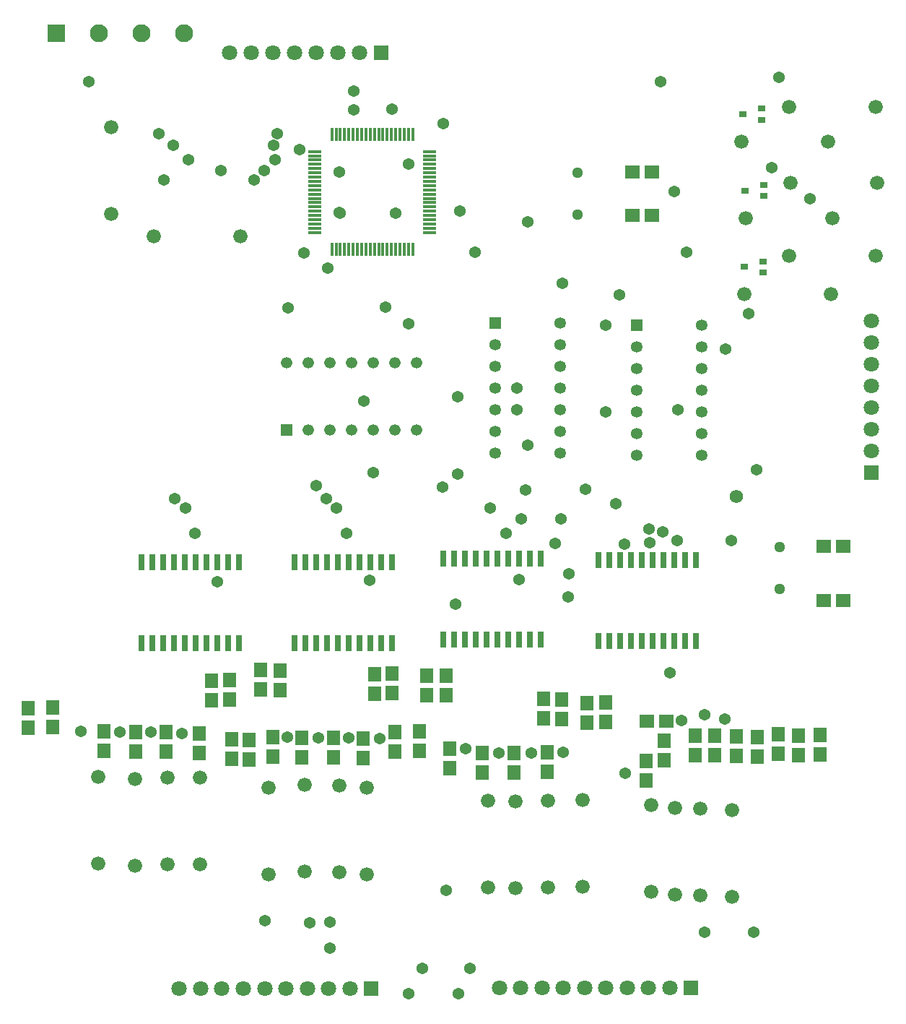
<source format=gbr>
G04 EasyPC Gerber Version 21.0.3 Build 4286 *
G04 #@! TF.Part,Single*
G04 #@! TF.FileFunction,Soldermask,Top *
G04 #@! TF.FilePolarity,Negative *
%FSLAX35Y35*%
%MOIN*%
G04 #@! TA.AperFunction,SMDPad*
%ADD88R,0.01700X0.06400*%
%ADD98R,0.03159X0.07687*%
%ADD101R,0.06100X0.06600*%
G04 #@! TA.AperFunction,ComponentPad*
%ADD96R,0.05261X0.05261*%
%ADD92R,0.05324X0.05324*%
%ADD94R,0.07096X0.07096*%
%ADD90R,0.08277X0.08277*%
%ADD99C,0.05049*%
%ADD97C,0.05261*%
%ADD93C,0.05324*%
G04 #@! TA.AperFunction,ViaPad*
%ADD103C,0.05400*%
%ADD104C,0.06200*%
G04 #@! TA.AperFunction,ComponentPad*
%ADD89C,0.06600*%
%ADD95C,0.07096*%
%ADD91C,0.08277*%
G04 #@! TA.AperFunction,SMDPad*
%ADD87R,0.06400X0.01700*%
%ADD102R,0.03553X0.02569*%
%ADD100R,0.06600X0.06100*%
X0Y0D02*
D02*
D87*
X142524Y361870D03*
Y363870D03*
Y365770D03*
Y367770D03*
Y369770D03*
Y371670D03*
Y373670D03*
Y375670D03*
Y377570D03*
Y379570D03*
Y381570D03*
Y383570D03*
Y385470D03*
Y387470D03*
Y389470D03*
Y391370D03*
Y393370D03*
Y395370D03*
Y397270D03*
Y399270D03*
X195724Y361870D03*
Y363870D03*
Y365770D03*
Y367770D03*
Y369770D03*
Y371670D03*
Y373670D03*
Y375670D03*
Y377570D03*
Y379570D03*
Y381570D03*
Y383570D03*
Y385470D03*
Y387470D03*
Y389470D03*
Y391370D03*
Y393370D03*
Y395370D03*
Y397270D03*
Y399270D03*
D02*
D88*
X150424Y353970D03*
Y407170D03*
X152424Y353970D03*
Y407170D03*
X154324Y353970D03*
Y407170D03*
X156324Y353970D03*
Y407170D03*
X158324Y353970D03*
Y407170D03*
X160224Y353970D03*
Y407170D03*
X162224Y353970D03*
Y407170D03*
X164224Y353970D03*
Y407170D03*
X166124Y353970D03*
Y407170D03*
X168124Y353970D03*
Y407170D03*
X170124Y353970D03*
Y407170D03*
X172124Y353970D03*
Y407170D03*
X174024Y353970D03*
Y407170D03*
X176024Y353970D03*
Y407170D03*
X178024Y353970D03*
Y407170D03*
X179924Y353970D03*
Y407170D03*
X181924Y353970D03*
Y407170D03*
X183924Y353970D03*
Y407170D03*
X185824Y353970D03*
Y407170D03*
X187824Y353970D03*
Y407170D03*
D02*
D89*
X42574Y70889D03*
Y110889D03*
X48689Y370603D03*
Y410603D03*
X59672Y69765D03*
Y109765D03*
X68345Y360057D03*
X74672Y70514D03*
Y110514D03*
X89672Y70514D03*
Y110514D03*
X108345Y360057D03*
X121329Y65826D03*
Y105826D03*
X137924Y67121D03*
Y107121D03*
X154013Y66723D03*
Y106723D03*
X166615Y65772D03*
Y105772D03*
X222415Y59781D03*
Y99781D03*
X235395Y59531D03*
Y99531D03*
X250246Y59781D03*
Y99781D03*
X266096Y60031D03*
Y100031D03*
X297935Y57636D03*
Y97636D03*
X308793Y56388D03*
Y96388D03*
X320649Y56138D03*
Y96138D03*
X335113Y55288D03*
Y95288D03*
X339730Y403739D03*
X340854Y333350D03*
X341478Y368544D03*
X361696Y351196D03*
Y419713D03*
X362320Y384893D03*
X379730Y403739D03*
X380854Y333350D03*
X381478Y368544D03*
X401696Y351196D03*
Y419713D03*
X402320Y384893D03*
D02*
D90*
X23230Y453785D03*
D02*
D91*
X42915D03*
X62600D03*
X82285D03*
D02*
D92*
X225886Y320043D03*
X291283Y319169D03*
D02*
D93*
X225886Y260043D03*
Y270043D03*
Y280043D03*
Y290043D03*
Y300043D03*
Y310043D03*
X255886Y260043D03*
Y270043D03*
Y280043D03*
Y290043D03*
Y300043D03*
Y310043D03*
Y320043D03*
X291283Y259169D03*
Y269169D03*
Y279169D03*
Y289169D03*
Y299169D03*
Y309169D03*
X321283Y259169D03*
Y269169D03*
Y279169D03*
Y289169D03*
Y299169D03*
Y309169D03*
Y319169D03*
D02*
D94*
X168625Y13230D03*
X173118Y444924D03*
X316392Y13479D03*
X399511Y251229D03*
D02*
D95*
X80043Y13230D03*
X89885D03*
X99728D03*
X103118Y444924D03*
X109570Y13230D03*
X113118Y444924D03*
X119413Y13230D03*
X123118Y444924D03*
X129255Y13230D03*
X133118Y444924D03*
X139098Y13230D03*
X143118Y444924D03*
X148940Y13230D03*
X153118Y444924D03*
X158783Y13230D03*
X163118Y444924D03*
X227809Y13479D03*
X237652D03*
X247494D03*
X257337D03*
X267180D03*
X277022D03*
X286865D03*
X296707D03*
X306550D03*
X399511Y261229D03*
Y271229D03*
Y281229D03*
Y291229D03*
Y301229D03*
Y311229D03*
Y321229D03*
D02*
D96*
X129639Y270674D03*
D02*
D97*
Y301674D03*
X139639Y270674D03*
Y301674D03*
X149639Y270674D03*
Y301674D03*
X159639Y270674D03*
Y301674D03*
X169639Y270674D03*
Y301674D03*
X179639Y270674D03*
Y301674D03*
X189639Y270674D03*
Y301674D03*
D02*
D98*
X62676Y172472D03*
Y209676D03*
X67676Y172472D03*
Y209676D03*
X72676Y172472D03*
Y209676D03*
X77676Y172472D03*
Y209676D03*
X82676Y172472D03*
Y209676D03*
X87676Y172472D03*
Y209676D03*
X92676Y172472D03*
Y209676D03*
X97676Y172472D03*
Y209676D03*
X102676Y172472D03*
Y209676D03*
X107676Y172472D03*
Y209676D03*
X133395Y172472D03*
Y209676D03*
X138395Y172472D03*
Y209676D03*
X143395Y172472D03*
Y209676D03*
X148395Y172472D03*
Y209676D03*
X153395Y172472D03*
Y209676D03*
X158395Y172472D03*
Y209676D03*
X163395Y172472D03*
Y209676D03*
X168395Y172472D03*
Y209676D03*
X173395Y172472D03*
Y209676D03*
X178395Y172472D03*
Y209676D03*
X201912Y174219D03*
Y211424D03*
X206912Y174219D03*
Y211424D03*
X211912Y174219D03*
Y211424D03*
X216912Y174219D03*
Y211424D03*
X221912Y174219D03*
Y211424D03*
X226912Y174219D03*
Y211424D03*
X231912Y174219D03*
Y211424D03*
X236912Y174219D03*
Y211424D03*
X241912Y174219D03*
Y211424D03*
X246912Y174219D03*
Y211424D03*
X273549Y173470D03*
Y210675D03*
X278549Y173470D03*
Y210675D03*
X283549Y173470D03*
Y210675D03*
X288549Y173470D03*
Y210675D03*
X293549Y173470D03*
Y210675D03*
X298549Y173470D03*
Y210675D03*
X303549Y173470D03*
Y210675D03*
X308549Y173470D03*
Y210675D03*
X313549Y173470D03*
Y210675D03*
X318549Y173470D03*
Y210675D03*
D02*
D99*
X263752Y370248D03*
Y389460D03*
X357203Y197443D03*
Y216655D03*
D02*
D100*
X289252Y369854D03*
Y389854D03*
X295917Y136410D03*
X298252Y369854D03*
Y389854D03*
X304917Y136410D03*
X377703Y192049D03*
Y217049D03*
X386703Y192049D03*
Y217049D03*
D02*
D101*
X10250Y133408D03*
Y142408D03*
X21607Y133907D03*
Y142907D03*
X45195Y122924D03*
Y131924D03*
X59797Y122425D03*
Y131425D03*
X73900Y122425D03*
Y131425D03*
X89250Y121926D03*
Y130926D03*
X94867Y146263D03*
Y155263D03*
X103228Y146512D03*
Y155512D03*
X104102Y119180D03*
Y128180D03*
X112339Y118806D03*
Y127806D03*
X117706Y151130D03*
Y160130D03*
X123197Y120054D03*
Y129054D03*
X126691Y150880D03*
Y159880D03*
X136676Y119929D03*
Y128929D03*
X151278Y119804D03*
Y128804D03*
X164756Y119555D03*
Y128555D03*
X170123Y149258D03*
Y158258D03*
X178235Y149383D03*
Y158383D03*
X179733Y122425D03*
Y131425D03*
X190840Y122675D03*
Y131675D03*
X194335Y148384D03*
Y157384D03*
X203196Y148509D03*
Y157509D03*
X204943Y114937D03*
Y123937D03*
X219794Y112940D03*
Y121940D03*
X234646Y112940D03*
Y121940D03*
X248374Y137776D03*
Y146776D03*
X249747Y113065D03*
Y122065D03*
X256736Y137402D03*
Y146402D03*
X268343Y135904D03*
Y144904D03*
X276954Y136029D03*
Y145029D03*
X295425Y109196D03*
Y118196D03*
X303787Y118307D03*
Y127307D03*
X318139Y120803D03*
Y129803D03*
X327375Y120803D03*
Y129803D03*
X337234Y120553D03*
Y129553D03*
X346844Y120054D03*
Y129054D03*
X356454Y121559D03*
Y130559D03*
X366064Y120803D03*
Y129803D03*
X375798Y121052D03*
Y130052D03*
D02*
D102*
X340392Y416469D03*
X340891Y345955D03*
X341390Y381274D03*
X349053Y413909D03*
Y419028D03*
X349552Y343396D03*
Y348514D03*
X350052Y378715D03*
Y383833D03*
D02*
D103*
X34587Y131924D03*
X38331Y431570D03*
X52683Y131425D03*
X67035D03*
X70655Y407607D03*
X72901Y386266D03*
X77269Y402116D03*
X77769Y239123D03*
X81388Y130926D03*
X82885Y234880D03*
X84268Y395570D03*
X87254Y223148D03*
X97676Y200933D03*
X99268Y390570D03*
X114585Y386266D03*
X119268Y390570D03*
X119413Y44430D03*
X123571Y402116D03*
X124268Y395570D03*
X125319Y407607D03*
X129936Y129054D03*
X130186Y327109D03*
X135552Y399994D03*
X137424Y352569D03*
X140295Y43432D03*
X143395Y244989D03*
X144164Y128929D03*
X147783Y239123D03*
X148407Y345331D03*
X149530Y31825D03*
Y43931D03*
X152650Y234880D03*
X154023Y371165D03*
Y389761D03*
X154273Y370915D03*
X157268Y223148D03*
X158142Y128804D03*
X160513Y418465D03*
X160638Y427202D03*
X165131Y284177D03*
X167752Y201433D03*
X169499Y251104D03*
X172494Y128555D03*
X175365Y327609D03*
X178110Y418840D03*
X179857Y370915D03*
X185848Y10858D03*
Y319621D03*
Y393380D03*
X192088Y22465D03*
X201698Y244365D03*
X201823Y412100D03*
X203320Y58533D03*
X207689Y190325D03*
X208437Y250356D03*
Y286174D03*
X208812Y10733D03*
X209685Y371664D03*
X212181Y123937D03*
X214303Y22465D03*
X216425Y352944D03*
X223539Y234880D03*
X227407Y121940D03*
X231027Y223148D03*
X236019Y280043D03*
Y290176D03*
X236893Y201932D03*
X237766Y229888D03*
X239752Y243117D03*
X240761Y263709D03*
Y366797D03*
X242633Y121940D03*
X253616Y218531D03*
X256237Y229888D03*
X256986Y338467D03*
X257360Y122065D03*
X259731Y193820D03*
X259856Y204303D03*
X267719Y243616D03*
X276830Y279169D03*
Y319122D03*
X281447Y236752D03*
X283194Y333100D03*
X285566Y218156D03*
X285815Y112448D03*
X296923Y225020D03*
X297172Y218780D03*
X302074Y431570D03*
X303288Y223909D03*
X306408Y158750D03*
X308654Y380650D03*
X310027Y219654D03*
X310402Y280051D03*
X311774Y136909D03*
X314270Y352944D03*
X322507Y39064D03*
X322632Y139530D03*
X331993Y137284D03*
X332367Y308139D03*
X334991Y219654D03*
X342975Y324364D03*
X345346Y39064D03*
X346470Y252477D03*
X353583Y391757D03*
X356953Y433317D03*
X371181Y377530D03*
D02*
D104*
X337074Y239961D03*
X0Y0D02*
M02*

</source>
